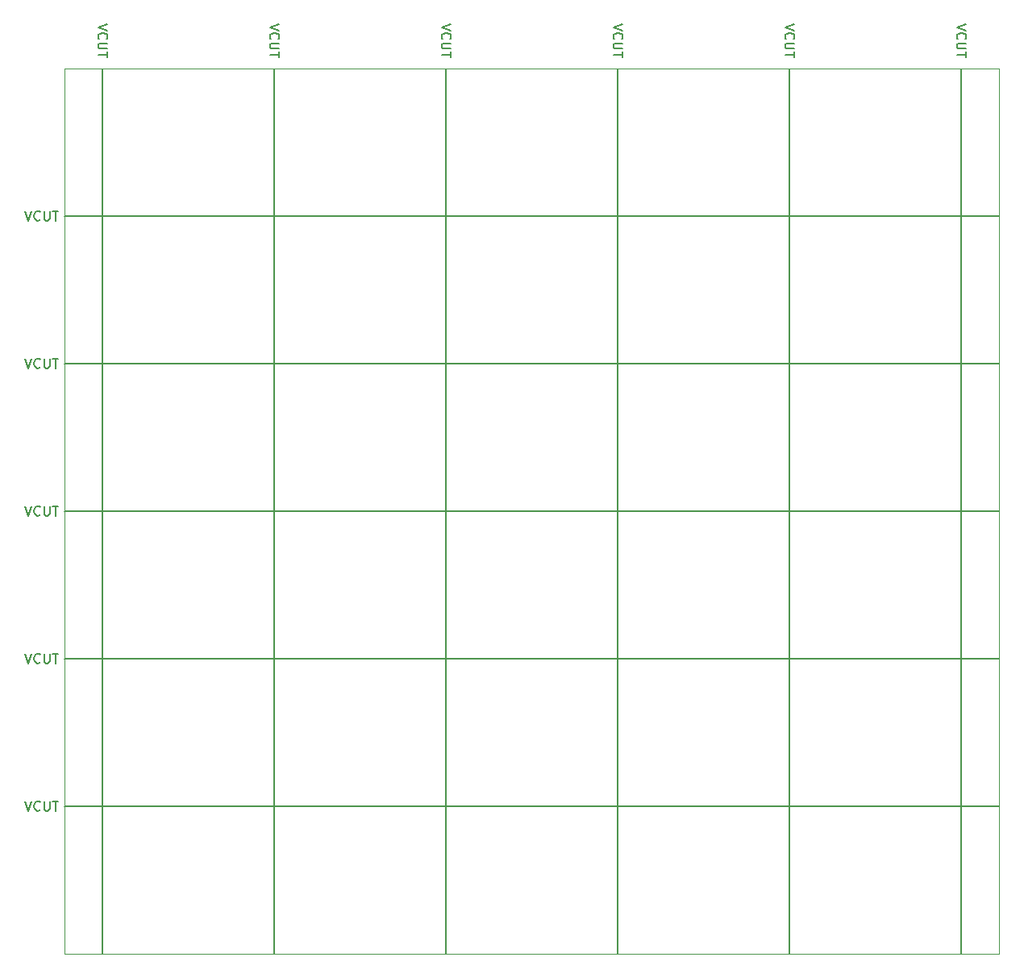
<source format=gbr>
G04 #@! TF.GenerationSoftware,KiCad,Pcbnew,(5.1.5)-3*
G04 #@! TF.CreationDate,2019-12-30T23:01:43-08:00*
G04 #@! TF.ProjectId,hc05-adapter-panel,68633035-2d61-4646-9170-7465722d7061,A*
G04 #@! TF.SameCoordinates,Original*
G04 #@! TF.FileFunction,Other,ECO1*
%FSLAX46Y46*%
G04 Gerber Fmt 4.6, Leading zero omitted, Abs format (unit mm)*
G04 Created by KiCad (PCBNEW (5.1.5)-3) date 2019-12-30 23:01:43*
%MOMM*%
%LPD*%
G04 APERTURE LIST*
%ADD10C,0.150000*%
%ADD11C,0.050000*%
G04 APERTURE END LIST*
D10*
X100750619Y-38876071D02*
X99750619Y-39209404D01*
X100750619Y-39542738D01*
X99845857Y-40447500D02*
X99798238Y-40399880D01*
X99750619Y-40257023D01*
X99750619Y-40161785D01*
X99798238Y-40018928D01*
X99893476Y-39923690D01*
X99988714Y-39876071D01*
X100179190Y-39828452D01*
X100322047Y-39828452D01*
X100512523Y-39876071D01*
X100607761Y-39923690D01*
X100703000Y-40018928D01*
X100750619Y-40161785D01*
X100750619Y-40257023D01*
X100703000Y-40399880D01*
X100655380Y-40447500D01*
X100750619Y-40876071D02*
X99941095Y-40876071D01*
X99845857Y-40923690D01*
X99798238Y-40971309D01*
X99750619Y-41066547D01*
X99750619Y-41257023D01*
X99798238Y-41352261D01*
X99845857Y-41399880D01*
X99941095Y-41447500D01*
X100750619Y-41447500D01*
X100750619Y-41780833D02*
X100750619Y-42352261D01*
X99750619Y-42066547D02*
X100750619Y-42066547D01*
X100203000Y-43561000D02*
X100203000Y-136525000D01*
X190920619Y-38876071D02*
X189920619Y-39209404D01*
X190920619Y-39542738D01*
X190015857Y-40447500D02*
X189968238Y-40399880D01*
X189920619Y-40257023D01*
X189920619Y-40161785D01*
X189968238Y-40018928D01*
X190063476Y-39923690D01*
X190158714Y-39876071D01*
X190349190Y-39828452D01*
X190492047Y-39828452D01*
X190682523Y-39876071D01*
X190777761Y-39923690D01*
X190873000Y-40018928D01*
X190920619Y-40161785D01*
X190920619Y-40257023D01*
X190873000Y-40399880D01*
X190825380Y-40447500D01*
X190920619Y-40876071D02*
X190111095Y-40876071D01*
X190015857Y-40923690D01*
X189968238Y-40971309D01*
X189920619Y-41066547D01*
X189920619Y-41257023D01*
X189968238Y-41352261D01*
X190015857Y-41399880D01*
X190111095Y-41447500D01*
X190920619Y-41447500D01*
X190920619Y-41780833D02*
X190920619Y-42352261D01*
X189920619Y-42066547D02*
X190920619Y-42066547D01*
X190373000Y-43561000D02*
X190373000Y-136525000D01*
D11*
X194373000Y-43561000D02*
X194373000Y-136525000D01*
D10*
X172339000Y-43561000D02*
X172339000Y-136525000D01*
X154305000Y-43561000D02*
X154305000Y-136525000D01*
X136271000Y-43561000D02*
X136271000Y-136525000D01*
X118237000Y-43561000D02*
X118237000Y-136525000D01*
X96202500Y-74549000D02*
X194373500Y-74549000D01*
X96202500Y-59055000D02*
X194373500Y-59055000D01*
X96202500Y-90043000D02*
X194373500Y-90043000D01*
X92089071Y-74001380D02*
X92422404Y-75001380D01*
X92755738Y-74001380D01*
X93660500Y-74906142D02*
X93612880Y-74953761D01*
X93470023Y-75001380D01*
X93374785Y-75001380D01*
X93231928Y-74953761D01*
X93136690Y-74858523D01*
X93089071Y-74763285D01*
X93041452Y-74572809D01*
X93041452Y-74429952D01*
X93089071Y-74239476D01*
X93136690Y-74144238D01*
X93231928Y-74049000D01*
X93374785Y-74001380D01*
X93470023Y-74001380D01*
X93612880Y-74049000D01*
X93660500Y-74096619D01*
X94089071Y-74001380D02*
X94089071Y-74810904D01*
X94136690Y-74906142D01*
X94184309Y-74953761D01*
X94279547Y-75001380D01*
X94470023Y-75001380D01*
X94565261Y-74953761D01*
X94612880Y-74906142D01*
X94660500Y-74810904D01*
X94660500Y-74001380D01*
X94993833Y-74001380D02*
X95565261Y-74001380D01*
X95279547Y-75001380D02*
X95279547Y-74001380D01*
X92089071Y-58507380D02*
X92422404Y-59507380D01*
X92755738Y-58507380D01*
X93660500Y-59412142D02*
X93612880Y-59459761D01*
X93470023Y-59507380D01*
X93374785Y-59507380D01*
X93231928Y-59459761D01*
X93136690Y-59364523D01*
X93089071Y-59269285D01*
X93041452Y-59078809D01*
X93041452Y-58935952D01*
X93089071Y-58745476D01*
X93136690Y-58650238D01*
X93231928Y-58555000D01*
X93374785Y-58507380D01*
X93470023Y-58507380D01*
X93612880Y-58555000D01*
X93660500Y-58602619D01*
X94089071Y-58507380D02*
X94089071Y-59316904D01*
X94136690Y-59412142D01*
X94184309Y-59459761D01*
X94279547Y-59507380D01*
X94470023Y-59507380D01*
X94565261Y-59459761D01*
X94612880Y-59412142D01*
X94660500Y-59316904D01*
X94660500Y-58507380D01*
X94993833Y-58507380D02*
X95565261Y-58507380D01*
X95279547Y-59507380D02*
X95279547Y-58507380D01*
X92089071Y-89495380D02*
X92422404Y-90495380D01*
X92755738Y-89495380D01*
X93660500Y-90400142D02*
X93612880Y-90447761D01*
X93470023Y-90495380D01*
X93374785Y-90495380D01*
X93231928Y-90447761D01*
X93136690Y-90352523D01*
X93089071Y-90257285D01*
X93041452Y-90066809D01*
X93041452Y-89923952D01*
X93089071Y-89733476D01*
X93136690Y-89638238D01*
X93231928Y-89543000D01*
X93374785Y-89495380D01*
X93470023Y-89495380D01*
X93612880Y-89543000D01*
X93660500Y-89590619D01*
X94089071Y-89495380D02*
X94089071Y-90304904D01*
X94136690Y-90400142D01*
X94184309Y-90447761D01*
X94279547Y-90495380D01*
X94470023Y-90495380D01*
X94565261Y-90447761D01*
X94612880Y-90400142D01*
X94660500Y-90304904D01*
X94660500Y-89495380D01*
X94993833Y-89495380D02*
X95565261Y-89495380D01*
X95279547Y-90495380D02*
X95279547Y-89495380D01*
D11*
X96203000Y-43561000D02*
X194373000Y-43561000D01*
X190373000Y-43561000D02*
X190373000Y-136525000D01*
X96203000Y-43561000D02*
X96203000Y-136525000D01*
X96203000Y-136525000D02*
X194373000Y-136525000D01*
D10*
X172886619Y-38876071D02*
X171886619Y-39209404D01*
X172886619Y-39542738D01*
X171981857Y-40447500D02*
X171934238Y-40399880D01*
X171886619Y-40257023D01*
X171886619Y-40161785D01*
X171934238Y-40018928D01*
X172029476Y-39923690D01*
X172124714Y-39876071D01*
X172315190Y-39828452D01*
X172458047Y-39828452D01*
X172648523Y-39876071D01*
X172743761Y-39923690D01*
X172839000Y-40018928D01*
X172886619Y-40161785D01*
X172886619Y-40257023D01*
X172839000Y-40399880D01*
X172791380Y-40447500D01*
X172886619Y-40876071D02*
X172077095Y-40876071D01*
X171981857Y-40923690D01*
X171934238Y-40971309D01*
X171886619Y-41066547D01*
X171886619Y-41257023D01*
X171934238Y-41352261D01*
X171981857Y-41399880D01*
X172077095Y-41447500D01*
X172886619Y-41447500D01*
X172886619Y-41780833D02*
X172886619Y-42352261D01*
X171886619Y-42066547D02*
X172886619Y-42066547D01*
X154852619Y-38876071D02*
X153852619Y-39209404D01*
X154852619Y-39542738D01*
X153947857Y-40447500D02*
X153900238Y-40399880D01*
X153852619Y-40257023D01*
X153852619Y-40161785D01*
X153900238Y-40018928D01*
X153995476Y-39923690D01*
X154090714Y-39876071D01*
X154281190Y-39828452D01*
X154424047Y-39828452D01*
X154614523Y-39876071D01*
X154709761Y-39923690D01*
X154805000Y-40018928D01*
X154852619Y-40161785D01*
X154852619Y-40257023D01*
X154805000Y-40399880D01*
X154757380Y-40447500D01*
X154852619Y-40876071D02*
X154043095Y-40876071D01*
X153947857Y-40923690D01*
X153900238Y-40971309D01*
X153852619Y-41066547D01*
X153852619Y-41257023D01*
X153900238Y-41352261D01*
X153947857Y-41399880D01*
X154043095Y-41447500D01*
X154852619Y-41447500D01*
X154852619Y-41780833D02*
X154852619Y-42352261D01*
X153852619Y-42066547D02*
X154852619Y-42066547D01*
X136818619Y-38876071D02*
X135818619Y-39209404D01*
X136818619Y-39542738D01*
X135913857Y-40447500D02*
X135866238Y-40399880D01*
X135818619Y-40257023D01*
X135818619Y-40161785D01*
X135866238Y-40018928D01*
X135961476Y-39923690D01*
X136056714Y-39876071D01*
X136247190Y-39828452D01*
X136390047Y-39828452D01*
X136580523Y-39876071D01*
X136675761Y-39923690D01*
X136771000Y-40018928D01*
X136818619Y-40161785D01*
X136818619Y-40257023D01*
X136771000Y-40399880D01*
X136723380Y-40447500D01*
X136818619Y-40876071D02*
X136009095Y-40876071D01*
X135913857Y-40923690D01*
X135866238Y-40971309D01*
X135818619Y-41066547D01*
X135818619Y-41257023D01*
X135866238Y-41352261D01*
X135913857Y-41399880D01*
X136009095Y-41447500D01*
X136818619Y-41447500D01*
X136818619Y-41780833D02*
X136818619Y-42352261D01*
X135818619Y-42066547D02*
X136818619Y-42066547D01*
X118784619Y-38876071D02*
X117784619Y-39209404D01*
X118784619Y-39542738D01*
X117879857Y-40447500D02*
X117832238Y-40399880D01*
X117784619Y-40257023D01*
X117784619Y-40161785D01*
X117832238Y-40018928D01*
X117927476Y-39923690D01*
X118022714Y-39876071D01*
X118213190Y-39828452D01*
X118356047Y-39828452D01*
X118546523Y-39876071D01*
X118641761Y-39923690D01*
X118737000Y-40018928D01*
X118784619Y-40161785D01*
X118784619Y-40257023D01*
X118737000Y-40399880D01*
X118689380Y-40447500D01*
X118784619Y-40876071D02*
X117975095Y-40876071D01*
X117879857Y-40923690D01*
X117832238Y-40971309D01*
X117784619Y-41066547D01*
X117784619Y-41257023D01*
X117832238Y-41352261D01*
X117879857Y-41399880D01*
X117975095Y-41447500D01*
X118784619Y-41447500D01*
X118784619Y-41780833D02*
X118784619Y-42352261D01*
X117784619Y-42066547D02*
X118784619Y-42066547D01*
X92089071Y-104989380D02*
X92422404Y-105989380D01*
X92755738Y-104989380D01*
X93660500Y-105894142D02*
X93612880Y-105941761D01*
X93470023Y-105989380D01*
X93374785Y-105989380D01*
X93231928Y-105941761D01*
X93136690Y-105846523D01*
X93089071Y-105751285D01*
X93041452Y-105560809D01*
X93041452Y-105417952D01*
X93089071Y-105227476D01*
X93136690Y-105132238D01*
X93231928Y-105037000D01*
X93374785Y-104989380D01*
X93470023Y-104989380D01*
X93612880Y-105037000D01*
X93660500Y-105084619D01*
X94089071Y-104989380D02*
X94089071Y-105798904D01*
X94136690Y-105894142D01*
X94184309Y-105941761D01*
X94279547Y-105989380D01*
X94470023Y-105989380D01*
X94565261Y-105941761D01*
X94612880Y-105894142D01*
X94660500Y-105798904D01*
X94660500Y-104989380D01*
X94993833Y-104989380D02*
X95565261Y-104989380D01*
X95279547Y-105989380D02*
X95279547Y-104989380D01*
X92089071Y-120483380D02*
X92422404Y-121483380D01*
X92755738Y-120483380D01*
X93660500Y-121388142D02*
X93612880Y-121435761D01*
X93470023Y-121483380D01*
X93374785Y-121483380D01*
X93231928Y-121435761D01*
X93136690Y-121340523D01*
X93089071Y-121245285D01*
X93041452Y-121054809D01*
X93041452Y-120911952D01*
X93089071Y-120721476D01*
X93136690Y-120626238D01*
X93231928Y-120531000D01*
X93374785Y-120483380D01*
X93470023Y-120483380D01*
X93612880Y-120531000D01*
X93660500Y-120578619D01*
X94089071Y-120483380D02*
X94089071Y-121292904D01*
X94136690Y-121388142D01*
X94184309Y-121435761D01*
X94279547Y-121483380D01*
X94470023Y-121483380D01*
X94565261Y-121435761D01*
X94612880Y-121388142D01*
X94660500Y-121292904D01*
X94660500Y-120483380D01*
X94993833Y-120483380D02*
X95565261Y-120483380D01*
X95279547Y-121483380D02*
X95279547Y-120483380D01*
X96202500Y-121031000D02*
X194373500Y-121031000D01*
X96202500Y-105537000D02*
X194373500Y-105537000D01*
M02*

</source>
